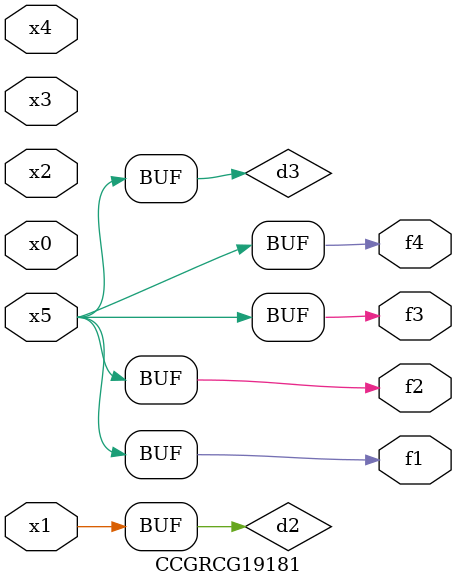
<source format=v>
module CCGRCG19181(
	input x0, x1, x2, x3, x4, x5,
	output f1, f2, f3, f4
);

	wire d1, d2, d3;

	not (d1, x5);
	or (d2, x1);
	xnor (d3, d1);
	assign f1 = d3;
	assign f2 = d3;
	assign f3 = d3;
	assign f4 = d3;
endmodule

</source>
